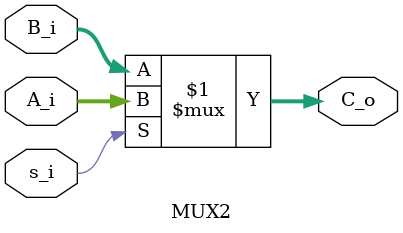
<source format=sv>
module MUX2 #(
    parameter INPUT_WIDTH = 32
)(
    input wire [INPUT_WIDTH - 1:0]      A_i,
    input wire [INPUT_WIDTH - 1:0]      B_i,
    input wire                          s_i,
    output logic [INPUT_WIDTH-1:0]      C_o
);

    assign C_o = s_i ? A_i:B_i; 

endmodule
</source>
